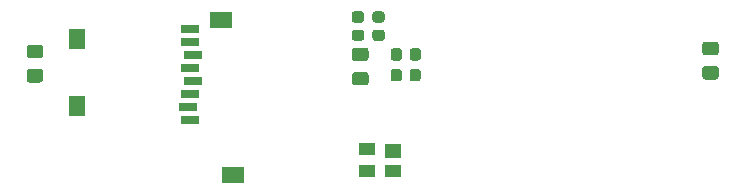
<source format=gbp>
G04 #@! TF.GenerationSoftware,KiCad,Pcbnew,5.99.0-unknown-c7daca1~86~ubuntu18.04.1*
G04 #@! TF.CreationDate,2020-03-27T13:13:07-03:00*
G04 #@! TF.ProjectId,FOD,464f442e-6b69-4636-9164-5f7063625858,rev?*
G04 #@! TF.SameCoordinates,Original*
G04 #@! TF.FileFunction,Paste,Bot*
G04 #@! TF.FilePolarity,Positive*
%FSLAX46Y46*%
G04 Gerber Fmt 4.6, Leading zero omitted, Abs format (unit mm)*
G04 Created by KiCad (PCBNEW 5.99.0-unknown-c7daca1~86~ubuntu18.04.1) date 2020-03-27 13:13:07*
%MOMM*%
%LPD*%
G01*
G04 APERTURE LIST*
%ADD10R,1.900000X1.400000*%
%ADD11R,1.400000X1.800000*%
%ADD12R,1.500000X0.800000*%
%ADD13R,1.400000X1.000000*%
%ADD14R,1.400000X1.200000*%
G04 APERTURE END LIST*
D10*
X128500000Y-87950000D03*
X129500000Y-101100000D03*
D11*
X116300000Y-95250000D03*
X116300000Y-89550000D03*
D12*
X125850000Y-88750000D03*
X125850000Y-89850000D03*
X126050000Y-90950000D03*
X125850000Y-92050000D03*
X126050000Y-93150000D03*
X125850000Y-94250000D03*
X125650000Y-95350000D03*
X125850000Y-96450000D03*
G36*
G01*
X139799999Y-92350000D02*
X140700001Y-92350000D01*
G75*
G02*
X140950000Y-92599999I0J-249999D01*
G01*
X140950000Y-93250001D01*
G75*
G02*
X140700001Y-93500000I-249999J0D01*
G01*
X139799999Y-93500000D01*
G75*
G02*
X139550000Y-93250001I0J249999D01*
G01*
X139550000Y-92599999D01*
G75*
G02*
X139799999Y-92350000I249999J0D01*
G01*
G37*
G36*
G01*
X139799999Y-90300000D02*
X140700001Y-90300000D01*
G75*
G02*
X140950000Y-90549999I0J-249999D01*
G01*
X140950000Y-91200001D01*
G75*
G02*
X140700001Y-91450000I-249999J0D01*
G01*
X139799999Y-91450000D01*
G75*
G02*
X139550000Y-91200001I0J249999D01*
G01*
X139550000Y-90549999D01*
G75*
G02*
X139799999Y-90300000I249999J0D01*
G01*
G37*
G36*
G01*
X113150001Y-91200000D02*
X112249999Y-91200000D01*
G75*
G02*
X112000000Y-90950001I0J249999D01*
G01*
X112000000Y-90299999D01*
G75*
G02*
X112249999Y-90050000I249999J0D01*
G01*
X113150001Y-90050000D01*
G75*
G02*
X113400000Y-90299999I0J-249999D01*
G01*
X113400000Y-90950001D01*
G75*
G02*
X113150001Y-91200000I-249999J0D01*
G01*
G37*
G36*
G01*
X113150001Y-93250000D02*
X112249999Y-93250000D01*
G75*
G02*
X112000000Y-93000001I0J249999D01*
G01*
X112000000Y-92349999D01*
G75*
G02*
X112249999Y-92100000I249999J0D01*
G01*
X113150001Y-92100000D01*
G75*
G02*
X113400000Y-92349999I0J-249999D01*
G01*
X113400000Y-93000001D01*
G75*
G02*
X113150001Y-93250000I-249999J0D01*
G01*
G37*
G36*
G01*
X170350001Y-90950000D02*
X169449999Y-90950000D01*
G75*
G02*
X169200000Y-90700001I0J249999D01*
G01*
X169200000Y-90049999D01*
G75*
G02*
X169449999Y-89800000I249999J0D01*
G01*
X170350001Y-89800000D01*
G75*
G02*
X170600000Y-90049999I0J-249999D01*
G01*
X170600000Y-90700001D01*
G75*
G02*
X170350001Y-90950000I-249999J0D01*
G01*
G37*
G36*
G01*
X170350001Y-93000000D02*
X169449999Y-93000000D01*
G75*
G02*
X169200000Y-92750001I0J249999D01*
G01*
X169200000Y-92099999D01*
G75*
G02*
X169449999Y-91850000I249999J0D01*
G01*
X170350001Y-91850000D01*
G75*
G02*
X170600000Y-92099999I0J-249999D01*
G01*
X170600000Y-92750001D01*
G75*
G02*
X170350001Y-93000000I-249999J0D01*
G01*
G37*
D13*
X140825000Y-98850000D03*
X140825000Y-100750000D03*
X143025000Y-100750000D03*
D14*
X143025000Y-99030000D03*
G36*
G01*
X144662500Y-92100000D02*
X145137500Y-92100000D01*
G75*
G02*
X145375000Y-92337500I0J-237500D01*
G01*
X145375000Y-92912500D01*
G75*
G02*
X145137500Y-93150000I-237500J0D01*
G01*
X144662500Y-93150000D01*
G75*
G02*
X144425000Y-92912500I0J237500D01*
G01*
X144425000Y-92337500D01*
G75*
G02*
X144662500Y-92100000I237500J0D01*
G01*
G37*
G36*
G01*
X144662500Y-90350000D02*
X145137500Y-90350000D01*
G75*
G02*
X145375000Y-90587500I0J-237500D01*
G01*
X145375000Y-91162500D01*
G75*
G02*
X145137500Y-91400000I-237500J0D01*
G01*
X144662500Y-91400000D01*
G75*
G02*
X144425000Y-91162500I0J237500D01*
G01*
X144425000Y-90587500D01*
G75*
G02*
X144662500Y-90350000I237500J0D01*
G01*
G37*
G36*
G01*
X143062500Y-92100000D02*
X143537500Y-92100000D01*
G75*
G02*
X143775000Y-92337500I0J-237500D01*
G01*
X143775000Y-92912500D01*
G75*
G02*
X143537500Y-93150000I-237500J0D01*
G01*
X143062500Y-93150000D01*
G75*
G02*
X142825000Y-92912500I0J237500D01*
G01*
X142825000Y-92337500D01*
G75*
G02*
X143062500Y-92100000I237500J0D01*
G01*
G37*
G36*
G01*
X143062500Y-90350000D02*
X143537500Y-90350000D01*
G75*
G02*
X143775000Y-90587500I0J-237500D01*
G01*
X143775000Y-91162500D01*
G75*
G02*
X143537500Y-91400000I-237500J0D01*
G01*
X143062500Y-91400000D01*
G75*
G02*
X142825000Y-91162500I0J237500D01*
G01*
X142825000Y-90587500D01*
G75*
G02*
X143062500Y-90350000I237500J0D01*
G01*
G37*
G36*
G01*
X141275000Y-87937500D02*
X141275000Y-87462500D01*
G75*
G02*
X141512500Y-87225000I237500J0D01*
G01*
X142087500Y-87225000D01*
G75*
G02*
X142325000Y-87462500I0J-237500D01*
G01*
X142325000Y-87937500D01*
G75*
G02*
X142087500Y-88175000I-237500J0D01*
G01*
X141512500Y-88175000D01*
G75*
G02*
X141275000Y-87937500I0J237500D01*
G01*
G37*
G36*
G01*
X139525000Y-87937500D02*
X139525000Y-87462500D01*
G75*
G02*
X139762500Y-87225000I237500J0D01*
G01*
X140337500Y-87225000D01*
G75*
G02*
X140575000Y-87462500I0J-237500D01*
G01*
X140575000Y-87937500D01*
G75*
G02*
X140337500Y-88175000I-237500J0D01*
G01*
X139762500Y-88175000D01*
G75*
G02*
X139525000Y-87937500I0J237500D01*
G01*
G37*
G36*
G01*
X141275000Y-89487500D02*
X141275000Y-89012500D01*
G75*
G02*
X141512500Y-88775000I237500J0D01*
G01*
X142087500Y-88775000D01*
G75*
G02*
X142325000Y-89012500I0J-237500D01*
G01*
X142325000Y-89487500D01*
G75*
G02*
X142087500Y-89725000I-237500J0D01*
G01*
X141512500Y-89725000D01*
G75*
G02*
X141275000Y-89487500I0J237500D01*
G01*
G37*
G36*
G01*
X139525000Y-89487500D02*
X139525000Y-89012500D01*
G75*
G02*
X139762500Y-88775000I237500J0D01*
G01*
X140337500Y-88775000D01*
G75*
G02*
X140575000Y-89012500I0J-237500D01*
G01*
X140575000Y-89487500D01*
G75*
G02*
X140337500Y-89725000I-237500J0D01*
G01*
X139762500Y-89725000D01*
G75*
G02*
X139525000Y-89487500I0J237500D01*
G01*
G37*
M02*

</source>
